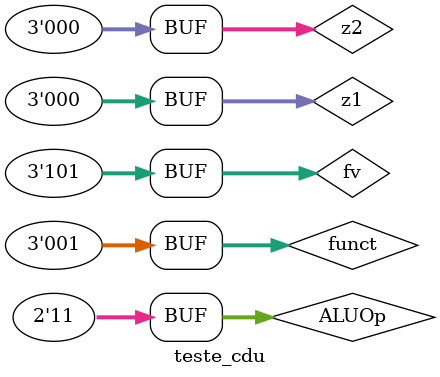
<source format=v>

module teste_cdu;
	reg [2:0] z1, fv, funct, z2;
	reg [1:0] ALUOp;
	wire [2:0] ALUcontrol;
	
	initial begin
	z1 = 3'b000;
	z2 = 3'b000;
	fv = 3'b101;
	funct = 3'b001;
	
	#1 ALUOp = 2'b00;
	#1 ALUOp = 2'b01;
	#1 ALUOp = 2'b10;
	#1 ALUOp = 2'b11;
	
	end
	initial begin
	$monitor("Time=%0t ALUcontrol=%0b",
	$time, ALUcontrol);
	end
	
	controle_da_ULA teste(z1, fv, funct, z2, ALUOp, ALUcontrol);
	
endmodule
	
</source>
